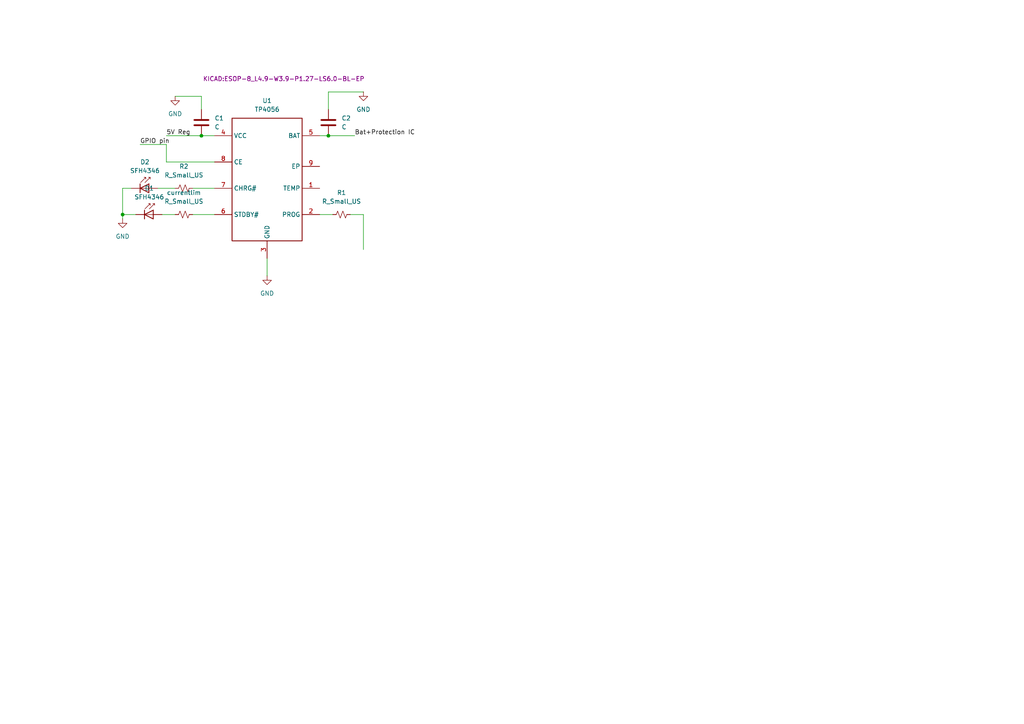
<source format=kicad_sch>
(kicad_sch
	(version 20231120)
	(generator "eeschema")
	(generator_version "8.0")
	(uuid "d3a8ccc4-579b-45a0-aaee-480b5bfd1225")
	(paper "A4")
	(lib_symbols
		(symbol "Device:C"
			(pin_numbers hide)
			(pin_names
				(offset 0.254)
			)
			(exclude_from_sim no)
			(in_bom yes)
			(on_board yes)
			(property "Reference" "C"
				(at 0.635 2.54 0)
				(effects
					(font
						(size 1.27 1.27)
					)
					(justify left)
				)
			)
			(property "Value" "C"
				(at 0.635 -2.54 0)
				(effects
					(font
						(size 1.27 1.27)
					)
					(justify left)
				)
			)
			(property "Footprint" ""
				(at 0.9652 -3.81 0)
				(effects
					(font
						(size 1.27 1.27)
					)
					(hide yes)
				)
			)
			(property "Datasheet" "~"
				(at 0 0 0)
				(effects
					(font
						(size 1.27 1.27)
					)
					(hide yes)
				)
			)
			(property "Description" "Unpolarized capacitor"
				(at 0 0 0)
				(effects
					(font
						(size 1.27 1.27)
					)
					(hide yes)
				)
			)
			(property "ki_keywords" "cap capacitor"
				(at 0 0 0)
				(effects
					(font
						(size 1.27 1.27)
					)
					(hide yes)
				)
			)
			(property "ki_fp_filters" "C_*"
				(at 0 0 0)
				(effects
					(font
						(size 1.27 1.27)
					)
					(hide yes)
				)
			)
			(symbol "C_0_1"
				(polyline
					(pts
						(xy -2.032 -0.762) (xy 2.032 -0.762)
					)
					(stroke
						(width 0.508)
						(type default)
					)
					(fill
						(type none)
					)
				)
				(polyline
					(pts
						(xy -2.032 0.762) (xy 2.032 0.762)
					)
					(stroke
						(width 0.508)
						(type default)
					)
					(fill
						(type none)
					)
				)
			)
			(symbol "C_1_1"
				(pin passive line
					(at 0 3.81 270)
					(length 2.794)
					(name "~"
						(effects
							(font
								(size 1.27 1.27)
							)
						)
					)
					(number "1"
						(effects
							(font
								(size 1.27 1.27)
							)
						)
					)
				)
				(pin passive line
					(at 0 -3.81 90)
					(length 2.794)
					(name "~"
						(effects
							(font
								(size 1.27 1.27)
							)
						)
					)
					(number "2"
						(effects
							(font
								(size 1.27 1.27)
							)
						)
					)
				)
			)
		)
		(symbol "Device:R_Small_US"
			(pin_numbers hide)
			(pin_names
				(offset 0.254) hide)
			(exclude_from_sim no)
			(in_bom yes)
			(on_board yes)
			(property "Reference" "R"
				(at 0.762 0.508 0)
				(effects
					(font
						(size 1.27 1.27)
					)
					(justify left)
				)
			)
			(property "Value" "R_Small_US"
				(at 0.762 -1.016 0)
				(effects
					(font
						(size 1.27 1.27)
					)
					(justify left)
				)
			)
			(property "Footprint" ""
				(at 0 0 0)
				(effects
					(font
						(size 1.27 1.27)
					)
					(hide yes)
				)
			)
			(property "Datasheet" "~"
				(at 0 0 0)
				(effects
					(font
						(size 1.27 1.27)
					)
					(hide yes)
				)
			)
			(property "Description" "Resistor, small US symbol"
				(at 0 0 0)
				(effects
					(font
						(size 1.27 1.27)
					)
					(hide yes)
				)
			)
			(property "ki_keywords" "r resistor"
				(at 0 0 0)
				(effects
					(font
						(size 1.27 1.27)
					)
					(hide yes)
				)
			)
			(property "ki_fp_filters" "R_*"
				(at 0 0 0)
				(effects
					(font
						(size 1.27 1.27)
					)
					(hide yes)
				)
			)
			(symbol "R_Small_US_1_1"
				(polyline
					(pts
						(xy 0 0) (xy 1.016 -0.381) (xy 0 -0.762) (xy -1.016 -1.143) (xy 0 -1.524)
					)
					(stroke
						(width 0)
						(type default)
					)
					(fill
						(type none)
					)
				)
				(polyline
					(pts
						(xy 0 1.524) (xy 1.016 1.143) (xy 0 0.762) (xy -1.016 0.381) (xy 0 0)
					)
					(stroke
						(width 0)
						(type default)
					)
					(fill
						(type none)
					)
				)
				(pin passive line
					(at 0 2.54 270)
					(length 1.016)
					(name "~"
						(effects
							(font
								(size 1.27 1.27)
							)
						)
					)
					(number "1"
						(effects
							(font
								(size 1.27 1.27)
							)
						)
					)
				)
				(pin passive line
					(at 0 -2.54 90)
					(length 1.016)
					(name "~"
						(effects
							(font
								(size 1.27 1.27)
							)
						)
					)
					(number "2"
						(effects
							(font
								(size 1.27 1.27)
							)
						)
					)
				)
			)
		)
		(symbol "LED:SFH4346"
			(pin_numbers hide)
			(pin_names
				(offset 1.016) hide)
			(exclude_from_sim no)
			(in_bom yes)
			(on_board yes)
			(property "Reference" "D"
				(at 0.508 1.778 0)
				(effects
					(font
						(size 1.27 1.27)
					)
					(justify left)
				)
			)
			(property "Value" "SFH4346"
				(at -1.016 -2.794 0)
				(effects
					(font
						(size 1.27 1.27)
					)
				)
			)
			(property "Footprint" "LED_THT:LED_D3.0mm_IRBlack"
				(at 0 4.445 0)
				(effects
					(font
						(size 1.27 1.27)
					)
					(hide yes)
				)
			)
			(property "Datasheet" "http://cdn-reichelt.de/documents/datenblatt/A500/SFH4346.pdf"
				(at -1.27 0 0)
				(effects
					(font
						(size 1.27 1.27)
					)
					(hide yes)
				)
			)
			(property "Description" "Infrared LED , 3mm LED package"
				(at 0 0 0)
				(effects
					(font
						(size 1.27 1.27)
					)
					(hide yes)
				)
			)
			(property "ki_keywords" "opto IR LED"
				(at 0 0 0)
				(effects
					(font
						(size 1.27 1.27)
					)
					(hide yes)
				)
			)
			(property "ki_fp_filters" "LED*3.0mm*IRBlack*"
				(at 0 0 0)
				(effects
					(font
						(size 1.27 1.27)
					)
					(hide yes)
				)
			)
			(symbol "SFH4346_0_1"
				(polyline
					(pts
						(xy -2.54 1.27) (xy -2.54 -1.27)
					)
					(stroke
						(width 0.254)
						(type default)
					)
					(fill
						(type none)
					)
				)
				(polyline
					(pts
						(xy 0 0) (xy -2.54 0)
					)
					(stroke
						(width 0)
						(type default)
					)
					(fill
						(type none)
					)
				)
				(polyline
					(pts
						(xy 0.381 3.175) (xy -0.127 3.175)
					)
					(stroke
						(width 0)
						(type default)
					)
					(fill
						(type none)
					)
				)
				(polyline
					(pts
						(xy -1.143 1.651) (xy 0.381 3.175) (xy 0.381 2.667)
					)
					(stroke
						(width 0)
						(type default)
					)
					(fill
						(type none)
					)
				)
				(polyline
					(pts
						(xy 0 1.27) (xy -2.54 0) (xy 0 -1.27) (xy 0 1.27)
					)
					(stroke
						(width 0.254)
						(type default)
					)
					(fill
						(type none)
					)
				)
				(polyline
					(pts
						(xy -2.413 1.651) (xy -0.889 3.175) (xy -0.889 2.667) (xy -0.889 3.175) (xy -1.397 3.175)
					)
					(stroke
						(width 0)
						(type default)
					)
					(fill
						(type none)
					)
				)
			)
			(symbol "SFH4346_1_1"
				(pin passive line
					(at -5.08 0 0)
					(length 2.54)
					(name "K"
						(effects
							(font
								(size 1.27 1.27)
							)
						)
					)
					(number "1"
						(effects
							(font
								(size 1.27 1.27)
							)
						)
					)
				)
				(pin passive line
					(at 2.54 0 180)
					(length 2.54)
					(name "A"
						(effects
							(font
								(size 1.27 1.27)
							)
						)
					)
					(number "2"
						(effects
							(font
								(size 1.27 1.27)
							)
						)
					)
				)
			)
		)
		(symbol "SCHLIB_TP4056_2025-03-23:TP4056"
			(exclude_from_sim no)
			(in_bom yes)
			(on_board yes)
			(property "Reference" "U?"
				(at 0 0 0)
				(effects
					(font
						(size 1.27 1.27)
					)
				)
			)
			(property "Value" "TP4056"
				(at 0 0 0)
				(effects
					(font
						(size 1.27 1.27)
					)
				)
			)
			(property "Footprint" ""
				(at 0 0 0)
				(effects
					(font
						(size 1.27 1.27)
					)
					(hide yes)
				)
			)
			(property "Datasheet" ""
				(at 0 0 0)
				(effects
					(font
						(size 1.27 1.27)
					)
					(hide yes)
				)
			)
			(property "Description" ""
				(at 0 0 0)
				(effects
					(font
						(size 1.27 1.27)
					)
					(hide yes)
				)
			)
			(property "Manufacturer Part" "TP4056-42-ESOP8"
				(at 0 0 0)
				(effects
					(font
						(size 1.27 1.27)
					)
					(hide yes)
				)
			)
			(property "Manufacturer" "TOPPOWER(南京拓微)"
				(at 0 0 0)
				(effects
					(font
						(size 1.27 1.27)
					)
					(hide yes)
				)
			)
			(property "Supplier Part" "C16581"
				(at 0 0 0)
				(effects
					(font
						(size 1.27 1.27)
					)
					(hide yes)
				)
			)
			(property "Supplier" "LCSC"
				(at 0 0 0)
				(effects
					(font
						(size 1.27 1.27)
					)
					(hide yes)
				)
			)
			(symbol "TP4056_0_0"
				(rectangle
					(start -10.16 20.32)
					(end 10.16 -15.24)
					(stroke
						(width 0.254)
						(type solid)
					)
					(fill
						(type none)
					)
				)
				(pin unspecified line
					(at 15.24 0 180)
					(length 5.08)
					(name "TEMP"
						(effects
							(font
								(size 1.27 1.27)
							)
						)
					)
					(number "1"
						(effects
							(font
								(size 1.27 1.27)
							)
						)
					)
				)
				(pin unspecified line
					(at 15.24 -7.62 180)
					(length 5.08)
					(name "PROG"
						(effects
							(font
								(size 1.27 1.27)
							)
						)
					)
					(number "2"
						(effects
							(font
								(size 1.27 1.27)
							)
						)
					)
				)
				(pin unspecified line
					(at 0 -20.32 90)
					(length 5.08)
					(name "GND"
						(effects
							(font
								(size 1.27 1.27)
							)
						)
					)
					(number "3"
						(effects
							(font
								(size 1.27 1.27)
							)
						)
					)
				)
				(pin unspecified line
					(at -15.24 15.24 0)
					(length 5.08)
					(name "VCC"
						(effects
							(font
								(size 1.27 1.27)
							)
						)
					)
					(number "4"
						(effects
							(font
								(size 1.27 1.27)
							)
						)
					)
				)
				(pin unspecified line
					(at 15.24 15.24 180)
					(length 5.08)
					(name "BAT"
						(effects
							(font
								(size 1.27 1.27)
							)
						)
					)
					(number "5"
						(effects
							(font
								(size 1.27 1.27)
							)
						)
					)
				)
				(pin unspecified line
					(at -15.24 -7.62 0)
					(length 5.08)
					(name "STDBY#"
						(effects
							(font
								(size 1.27 1.27)
							)
						)
					)
					(number "6"
						(effects
							(font
								(size 1.27 1.27)
							)
						)
					)
				)
				(pin unspecified line
					(at -15.24 0 0)
					(length 5.08)
					(name "CHRG#"
						(effects
							(font
								(size 1.27 1.27)
							)
						)
					)
					(number "7"
						(effects
							(font
								(size 1.27 1.27)
							)
						)
					)
				)
				(pin unspecified line
					(at -15.24 7.62 0)
					(length 5.08)
					(name "CE"
						(effects
							(font
								(size 1.27 1.27)
							)
						)
					)
					(number "8"
						(effects
							(font
								(size 1.27 1.27)
							)
						)
					)
				)
				(pin unspecified line
					(at 15.24 6.35 180)
					(length 5.08)
					(name "EP"
						(effects
							(font
								(size 1.27 1.27)
							)
						)
					)
					(number "9"
						(effects
							(font
								(size 1.27 1.27)
							)
						)
					)
				)
			)
		)
		(symbol "power:GND"
			(power)
			(pin_numbers hide)
			(pin_names
				(offset 0) hide)
			(exclude_from_sim no)
			(in_bom yes)
			(on_board yes)
			(property "Reference" "#PWR"
				(at 0 -6.35 0)
				(effects
					(font
						(size 1.27 1.27)
					)
					(hide yes)
				)
			)
			(property "Value" "GND"
				(at 0 -3.81 0)
				(effects
					(font
						(size 1.27 1.27)
					)
				)
			)
			(property "Footprint" ""
				(at 0 0 0)
				(effects
					(font
						(size 1.27 1.27)
					)
					(hide yes)
				)
			)
			(property "Datasheet" ""
				(at 0 0 0)
				(effects
					(font
						(size 1.27 1.27)
					)
					(hide yes)
				)
			)
			(property "Description" "Power symbol creates a global label with name \"GND\" , ground"
				(at 0 0 0)
				(effects
					(font
						(size 1.27 1.27)
					)
					(hide yes)
				)
			)
			(property "ki_keywords" "global power"
				(at 0 0 0)
				(effects
					(font
						(size 1.27 1.27)
					)
					(hide yes)
				)
			)
			(symbol "GND_0_1"
				(polyline
					(pts
						(xy 0 0) (xy 0 -1.27) (xy 1.27 -1.27) (xy 0 -2.54) (xy -1.27 -1.27) (xy 0 -1.27)
					)
					(stroke
						(width 0)
						(type default)
					)
					(fill
						(type none)
					)
				)
			)
			(symbol "GND_1_1"
				(pin power_in line
					(at 0 0 270)
					(length 0)
					(name "~"
						(effects
							(font
								(size 1.27 1.27)
							)
						)
					)
					(number "1"
						(effects
							(font
								(size 1.27 1.27)
							)
						)
					)
				)
			)
		)
	)
	(junction
		(at 35.56 62.23)
		(diameter 0)
		(color 0 0 0 0)
		(uuid "0f7ca392-a6c4-421a-b5f7-21cc85af9c60")
	)
	(junction
		(at 58.42 39.37)
		(diameter 0)
		(color 0 0 0 0)
		(uuid "40c5f257-6b7c-47de-bdf9-d2feb2690a2b")
	)
	(junction
		(at 95.25 39.37)
		(diameter 0)
		(color 0 0 0 0)
		(uuid "5d3df063-f21f-4a45-841c-7670f46354a8")
	)
	(wire
		(pts
			(xy 38.1 54.61) (xy 35.56 54.61)
		)
		(stroke
			(width 0)
			(type default)
		)
		(uuid "073c6981-27fc-4162-9985-771b96f7ab4e")
	)
	(wire
		(pts
			(xy 95.25 39.37) (xy 102.87 39.37)
		)
		(stroke
			(width 0)
			(type default)
		)
		(uuid "10a66195-3931-4881-96b1-05a6d287ee2e")
	)
	(wire
		(pts
			(xy 77.47 74.93) (xy 77.47 80.01)
		)
		(stroke
			(width 0)
			(type default)
		)
		(uuid "54198113-2dc9-4777-8c4d-fef5088d9612")
	)
	(wire
		(pts
			(xy 55.88 54.61) (xy 62.23 54.61)
		)
		(stroke
			(width 0)
			(type default)
		)
		(uuid "54fdbbf3-0ec7-4fd6-a157-af62b7721eeb")
	)
	(wire
		(pts
			(xy 55.88 62.23) (xy 62.23 62.23)
		)
		(stroke
			(width 0)
			(type default)
		)
		(uuid "5b70f2a5-da34-46e0-a09b-d1c6cd8005bb")
	)
	(wire
		(pts
			(xy 101.6 62.23) (xy 105.41 62.23)
		)
		(stroke
			(width 0)
			(type default)
		)
		(uuid "7fc5c696-259b-442d-abde-c330f4a2239f")
	)
	(wire
		(pts
			(xy 62.23 46.99) (xy 48.26 46.99)
		)
		(stroke
			(width 0)
			(type default)
		)
		(uuid "872d0f46-2c08-43b2-bd96-177163bdddbf")
	)
	(wire
		(pts
			(xy 92.71 39.37) (xy 95.25 39.37)
		)
		(stroke
			(width 0)
			(type default)
		)
		(uuid "8744baf8-e742-4361-8013-6aa6834875ef")
	)
	(wire
		(pts
			(xy 58.42 39.37) (xy 62.23 39.37)
		)
		(stroke
			(width 0)
			(type default)
		)
		(uuid "8bf9c817-b009-492f-88ba-6d8a4b9aeddc")
	)
	(wire
		(pts
			(xy 95.25 26.67) (xy 95.25 31.75)
		)
		(stroke
			(width 0)
			(type default)
		)
		(uuid "988a0558-dbe1-4912-a538-5c6d61175a66")
	)
	(wire
		(pts
			(xy 105.41 62.23) (xy 105.41 72.39)
		)
		(stroke
			(width 0)
			(type default)
		)
		(uuid "9d894b51-d49a-4fa6-958c-526738b8174d")
	)
	(wire
		(pts
			(xy 50.8 27.94) (xy 58.42 27.94)
		)
		(stroke
			(width 0)
			(type default)
		)
		(uuid "9fb03720-3673-45fa-9607-12e0c0b4555d")
	)
	(wire
		(pts
			(xy 35.56 62.23) (xy 39.37 62.23)
		)
		(stroke
			(width 0)
			(type default)
		)
		(uuid "a4c3a810-ade5-441f-82fe-1c951170ecd2")
	)
	(wire
		(pts
			(xy 35.56 54.61) (xy 35.56 62.23)
		)
		(stroke
			(width 0)
			(type default)
		)
		(uuid "aa3236d4-f637-479e-a95e-20e4412457e2")
	)
	(wire
		(pts
			(xy 105.41 26.67) (xy 95.25 26.67)
		)
		(stroke
			(width 0)
			(type default)
		)
		(uuid "b7b28936-bda0-4e74-8272-e0c8d0df317e")
	)
	(wire
		(pts
			(xy 58.42 27.94) (xy 58.42 31.75)
		)
		(stroke
			(width 0)
			(type default)
		)
		(uuid "bddf0d15-cded-4261-92c7-36f4e60fb232")
	)
	(wire
		(pts
			(xy 48.26 46.99) (xy 48.26 41.91)
		)
		(stroke
			(width 0)
			(type default)
		)
		(uuid "bfb8e085-89fc-4803-b4c5-d6af21e68abe")
	)
	(wire
		(pts
			(xy 46.99 62.23) (xy 50.8 62.23)
		)
		(stroke
			(width 0)
			(type default)
		)
		(uuid "d582e881-10c2-4a03-9d7f-66cd16196c5d")
	)
	(wire
		(pts
			(xy 92.71 62.23) (xy 96.52 62.23)
		)
		(stroke
			(width 0)
			(type default)
		)
		(uuid "daed2472-02b1-4bb5-b813-33172ed61611")
	)
	(wire
		(pts
			(xy 45.72 54.61) (xy 50.8 54.61)
		)
		(stroke
			(width 0)
			(type default)
		)
		(uuid "eb63ce9a-7930-4532-b7c3-3cc16cfec1ad")
	)
	(wire
		(pts
			(xy 48.26 39.37) (xy 58.42 39.37)
		)
		(stroke
			(width 0)
			(type default)
		)
		(uuid "ee8eb27d-f4ed-4165-b8c5-361c84929bee")
	)
	(wire
		(pts
			(xy 40.64 41.91) (xy 48.26 41.91)
		)
		(stroke
			(width 0)
			(type default)
		)
		(uuid "f03841bc-9d42-49c5-8f19-3b047351f824")
	)
	(wire
		(pts
			(xy 35.56 62.23) (xy 35.56 63.5)
		)
		(stroke
			(width 0)
			(type default)
		)
		(uuid "f578557b-1239-489c-8ffc-22ddb169b6fb")
	)
	(label "5V Reg"
		(at 48.26 39.37 0)
		(fields_autoplaced yes)
		(effects
			(font
				(size 1.27 1.27)
			)
			(justify left bottom)
		)
		(uuid "02bc43f8-774d-4505-b7a9-c9fa372d295e")
	)
	(label "GPIO pin"
		(at 40.64 41.91 0)
		(fields_autoplaced yes)
		(effects
			(font
				(size 1.27 1.27)
			)
			(justify left bottom)
		)
		(uuid "2d0a29e1-0f7d-4dd8-9835-8a4842813c80")
	)
	(label "Bat+Protection IC"
		(at 102.87 39.37 0)
		(fields_autoplaced yes)
		(effects
			(font
				(size 1.27 1.27)
			)
			(justify left bottom)
		)
		(uuid "ccf012f8-7920-49e0-bcb4-7935167b09a0")
	)
	(symbol
		(lib_id "power:GND")
		(at 77.47 80.01 0)
		(unit 1)
		(exclude_from_sim no)
		(in_bom yes)
		(on_board yes)
		(dnp no)
		(fields_autoplaced yes)
		(uuid "16dfbbe1-be8b-40d3-b2bf-c5a0604b60b7")
		(property "Reference" "#PWR01"
			(at 77.47 86.36 0)
			(effects
				(font
					(size 1.27 1.27)
				)
				(hide yes)
			)
		)
		(property "Value" "GND"
			(at 77.47 85.09 0)
			(effects
				(font
					(size 1.27 1.27)
				)
			)
		)
		(property "Footprint" ""
			(at 77.47 80.01 0)
			(effects
				(font
					(size 1.27 1.27)
				)
				(hide yes)
			)
		)
		(property "Datasheet" ""
			(at 77.47 80.01 0)
			(effects
				(font
					(size 1.27 1.27)
				)
				(hide yes)
			)
		)
		(property "Description" "Power symbol creates a global label with name \"GND\" , ground"
			(at 77.47 80.01 0)
			(effects
				(font
					(size 1.27 1.27)
				)
				(hide yes)
			)
		)
		(pin "1"
			(uuid "7a988a94-5d4b-4c60-a752-855b026ed802")
		)
		(instances
			(project ""
				(path "/33fcc801-8e18-4fe5-8a43-cddeb57b6134"
					(reference "#PWR01")
					(unit 1)
				)
			)
		)
	)
	(symbol
		(lib_id "Device:R_Small_US")
		(at 53.34 54.61 90)
		(unit 1)
		(exclude_from_sim no)
		(in_bom yes)
		(on_board yes)
		(dnp no)
		(fields_autoplaced yes)
		(uuid "1a2d4d54-80c4-4034-bd02-add505507f6d")
		(property "Reference" "R2"
			(at 53.34 48.26 90)
			(effects
				(font
					(size 1.27 1.27)
				)
			)
		)
		(property "Value" "R_Small_US"
			(at 53.34 50.8 90)
			(effects
				(font
					(size 1.27 1.27)
				)
			)
		)
		(property "Footprint" ""
			(at 53.34 54.61 0)
			(effects
				(font
					(size 1.27 1.27)
				)
				(hide yes)
			)
		)
		(property "Datasheet" "~"
			(at 53.34 54.61 0)
			(effects
				(font
					(size 1.27 1.27)
				)
				(hide yes)
			)
		)
		(property "Description" "Resistor, small US symbol"
			(at 53.34 54.61 0)
			(effects
				(font
					(size 1.27 1.27)
				)
				(hide yes)
			)
		)
		(pin "1"
			(uuid "6e0164b4-c4eb-4c52-aa09-87fdfaf70c75")
		)
		(pin "2"
			(uuid "ed353c5c-386d-4414-9ede-c48a375a7556")
		)
		(instances
			(project "Design"
				(path "/33fcc801-8e18-4fe5-8a43-cddeb57b6134"
					(reference "R2")
					(unit 1)
				)
			)
		)
	)
	(symbol
		(lib_id "Device:C")
		(at 95.25 35.56 0)
		(unit 1)
		(exclude_from_sim no)
		(in_bom yes)
		(on_board yes)
		(dnp no)
		(fields_autoplaced yes)
		(uuid "22e0bb1d-07f5-492f-b575-01c36b6841c1")
		(property "Reference" "C2"
			(at 99.06 34.2899 0)
			(effects
				(font
					(size 1.27 1.27)
				)
				(justify left)
			)
		)
		(property "Value" "C"
			(at 99.06 36.8299 0)
			(effects
				(font
					(size 1.27 1.27)
				)
				(justify left)
			)
		)
		(property "Footprint" ""
			(at 96.2152 39.37 0)
			(effects
				(font
					(size 1.27 1.27)
				)
				(hide yes)
			)
		)
		(property "Datasheet" "~"
			(at 95.25 35.56 0)
			(effects
				(font
					(size 1.27 1.27)
				)
				(hide yes)
			)
		)
		(property "Description" "Unpolarized capacitor"
			(at 95.25 35.56 0)
			(effects
				(font
					(size 1.27 1.27)
				)
				(hide yes)
			)
		)
		(pin "1"
			(uuid "5a542b3e-b18a-4736-afbe-f4892cd98fcd")
		)
		(pin "2"
			(uuid "a6683046-c95f-4ea8-9da1-c19679551ff0")
		)
		(instances
			(project ""
				(path "/33fcc801-8e18-4fe5-8a43-cddeb57b6134"
					(reference "C2")
					(unit 1)
				)
			)
		)
	)
	(symbol
		(lib_id "Device:C")
		(at 58.42 35.56 0)
		(unit 1)
		(exclude_from_sim no)
		(in_bom yes)
		(on_board yes)
		(dnp no)
		(fields_autoplaced yes)
		(uuid "4838dfc9-b65a-4a3f-8174-e6b6296e8caa")
		(property "Reference" "C1"
			(at 62.23 34.2899 0)
			(effects
				(font
					(size 1.27 1.27)
				)
				(justify left)
			)
		)
		(property "Value" "C"
			(at 62.23 36.8299 0)
			(effects
				(font
					(size 1.27 1.27)
				)
				(justify left)
			)
		)
		(property "Footprint" ""
			(at 59.3852 39.37 0)
			(effects
				(font
					(size 1.27 1.27)
				)
				(hide yes)
			)
		)
		(property "Datasheet" "~"
			(at 58.42 35.56 0)
			(effects
				(font
					(size 1.27 1.27)
				)
				(hide yes)
			)
		)
		(property "Description" "Unpolarized capacitor"
			(at 58.42 35.56 0)
			(effects
				(font
					(size 1.27 1.27)
				)
				(hide yes)
			)
		)
		(pin "1"
			(uuid "220d79c6-f33a-4627-9871-3847e72dff00")
		)
		(pin "2"
			(uuid "14ad270f-e225-44a3-8ac2-3b0c3ea8d9d9")
		)
		(instances
			(project ""
				(path "/33fcc801-8e18-4fe5-8a43-cddeb57b6134"
					(reference "C1")
					(unit 1)
				)
			)
		)
	)
	(symbol
		(lib_id "power:GND")
		(at 50.8 27.94 0)
		(unit 1)
		(exclude_from_sim no)
		(in_bom yes)
		(on_board yes)
		(dnp no)
		(fields_autoplaced yes)
		(uuid "4d90ea8b-4c93-463e-8a20-8bafc23f0a36")
		(property "Reference" "#PWR03"
			(at 50.8 34.29 0)
			(effects
				(font
					(size 1.27 1.27)
				)
				(hide yes)
			)
		)
		(property "Value" "GND"
			(at 50.8 33.02 0)
			(effects
				(font
					(size 1.27 1.27)
				)
			)
		)
		(property "Footprint" ""
			(at 50.8 27.94 0)
			(effects
				(font
					(size 1.27 1.27)
				)
				(hide yes)
			)
		)
		(property "Datasheet" ""
			(at 50.8 27.94 0)
			(effects
				(font
					(size 1.27 1.27)
				)
				(hide yes)
			)
		)
		(property "Description" "Power symbol creates a global label with name \"GND\" , ground"
			(at 50.8 27.94 0)
			(effects
				(font
					(size 1.27 1.27)
				)
				(hide yes)
			)
		)
		(pin "1"
			(uuid "beb80d37-6304-4b87-aaae-d8706fde7c8b")
		)
		(instances
			(project ""
				(path "/33fcc801-8e18-4fe5-8a43-cddeb57b6134"
					(reference "#PWR03")
					(unit 1)
				)
			)
		)
	)
	(symbol
		(lib_id "SCHLIB_TP4056_2025-03-23:TP4056")
		(at 77.47 54.61 0)
		(unit 1)
		(exclude_from_sim no)
		(in_bom yes)
		(on_board yes)
		(dnp no)
		(uuid "54577f8a-ba7c-4d6f-b074-d0e45eee1f32")
		(property "Reference" "U1"
			(at 77.47 29.21 0)
			(effects
				(font
					(size 1.27 1.27)
				)
			)
		)
		(property "Value" "TP4056"
			(at 77.47 31.75 0)
			(effects
				(font
					(size 1.27 1.27)
				)
			)
		)
		(property "Footprint" "KICAD:ESOP-8_L4.9-W3.9-P1.27-LS6.0-BL-EP"
			(at 82.296 22.86 0)
			(effects
				(font
					(size 1.27 1.27)
				)
			)
		)
		(property "Datasheet" ""
			(at 77.47 54.61 0)
			(effects
				(font
					(size 1.27 1.27)
				)
				(hide yes)
			)
		)
		(property "Description" ""
			(at 77.47 54.61 0)
			(effects
				(font
					(size 1.27 1.27)
				)
				(hide yes)
			)
		)
		(property "Manufacturer Part" "TP4056-42-ESOP8"
			(at 77.47 54.61 0)
			(effects
				(font
					(size 1.27 1.27)
				)
				(hide yes)
			)
		)
		(property "Manufacturer" "TOPPOWER(南京拓微)"
			(at 77.47 54.61 0)
			(effects
				(font
					(size 1.27 1.27)
				)
				(hide yes)
			)
		)
		(property "Supplier Part" "C16581"
			(at 77.47 54.61 0)
			(effects
				(font
					(size 1.27 1.27)
				)
				(hide yes)
			)
		)
		(property "Supplier" "LCSC"
			(at 77.47 54.61 0)
			(effects
				(font
					(size 1.27 1.27)
				)
				(hide yes)
			)
		)
		(pin "6"
			(uuid "e9db9f2c-a436-4397-9ac3-9eaa8f723b19")
		)
		(pin "5"
			(uuid "1aa7676a-86cf-4bac-b0d6-febcdccc22de")
		)
		(pin "8"
			(uuid "dae41b80-12d0-4132-b2cc-0dc45c596b93")
		)
		(pin "2"
			(uuid "3ba008cb-3d27-47a3-a6c6-2c9549b4fd32")
		)
		(pin "9"
			(uuid "45fb32c9-2f33-4298-b615-d2b6fab33298")
		)
		(pin "1"
			(uuid "647446ec-998d-4053-87e0-970a6e1101c2")
		)
		(pin "3"
			(uuid "e1251ad6-79fe-45c8-ba12-56c0b66951ba")
		)
		(pin "7"
			(uuid "172ee794-4884-4e25-8b75-793266ed1bbb")
		)
		(pin "4"
			(uuid "6d2a9e9a-7f12-483e-b350-82c1cd4dd3df")
		)
		(instances
			(project ""
				(path "/33fcc801-8e18-4fe5-8a43-cddeb57b6134"
					(reference "U1")
					(unit 1)
				)
			)
		)
	)
	(symbol
		(lib_id "LED:SFH4346")
		(at 44.45 62.23 0)
		(unit 1)
		(exclude_from_sim no)
		(in_bom yes)
		(on_board yes)
		(dnp no)
		(fields_autoplaced yes)
		(uuid "54a30ae8-16f6-4460-9eaf-0a914946fc04")
		(property "Reference" "D1"
			(at 43.307 54.61 0)
			(effects
				(font
					(size 1.27 1.27)
				)
			)
		)
		(property "Value" "SFH4346"
			(at 43.307 57.15 0)
			(effects
				(font
					(size 1.27 1.27)
				)
			)
		)
		(property "Footprint" "LED_THT:LED_D3.0mm_IRBlack"
			(at 44.45 57.785 0)
			(effects
				(font
					(size 1.27 1.27)
				)
				(hide yes)
			)
		)
		(property "Datasheet" "http://cdn-reichelt.de/documents/datenblatt/A500/SFH4346.pdf"
			(at 43.18 62.23 0)
			(effects
				(font
					(size 1.27 1.27)
				)
				(hide yes)
			)
		)
		(property "Description" "Infrared LED , 3mm LED package"
			(at 44.45 62.23 0)
			(effects
				(font
					(size 1.27 1.27)
				)
				(hide yes)
			)
		)
		(pin "2"
			(uuid "0f867931-3b75-49a6-9ad2-e7438aec537e")
		)
		(pin "1"
			(uuid "f767f3d7-45a9-4372-a175-9b3006285bf0")
		)
		(instances
			(project ""
				(path "/33fcc801-8e18-4fe5-8a43-cddeb57b6134"
					(reference "D1")
					(unit 1)
				)
			)
		)
	)
	(symbol
		(lib_id "Device:R_Small_US")
		(at 53.34 62.23 90)
		(unit 1)
		(exclude_from_sim no)
		(in_bom yes)
		(on_board yes)
		(dnp no)
		(fields_autoplaced yes)
		(uuid "57dcb341-18eb-4e54-a944-8859de7ea099")
		(property "Reference" "currentlim"
			(at 53.34 55.88 90)
			(effects
				(font
					(size 1.27 1.27)
				)
			)
		)
		(property "Value" "R_Small_US"
			(at 53.34 58.42 90)
			(effects
				(font
					(size 1.27 1.27)
				)
			)
		)
		(property "Footprint" ""
			(at 53.34 62.23 0)
			(effects
				(font
					(size 1.27 1.27)
				)
				(hide yes)
			)
		)
		(property "Datasheet" "~"
			(at 53.34 62.23 0)
			(effects
				(font
					(size 1.27 1.27)
				)
				(hide yes)
			)
		)
		(property "Description" "Resistor, small US symbol"
			(at 53.34 62.23 0)
			(effects
				(font
					(size 1.27 1.27)
				)
				(hide yes)
			)
		)
		(pin "1"
			(uuid "9980eb1c-8f53-40c4-8536-4757b7f1dbeb")
		)
		(pin "2"
			(uuid "b75c9f3c-6a50-4593-94be-b7e292c6c705")
		)
		(instances
			(project ""
				(path "/33fcc801-8e18-4fe5-8a43-cddeb57b6134"
					(reference "currentlim")
					(unit 1)
				)
			)
		)
	)
	(symbol
		(lib_id "power:GND")
		(at 35.56 63.5 0)
		(unit 1)
		(exclude_from_sim no)
		(in_bom yes)
		(on_board yes)
		(dnp no)
		(fields_autoplaced yes)
		(uuid "97ead7cb-2cba-46b6-88eb-30cd10792ed2")
		(property "Reference" "#PWR02"
			(at 35.56 69.85 0)
			(effects
				(font
					(size 1.27 1.27)
				)
				(hide yes)
			)
		)
		(property "Value" "GND"
			(at 35.56 68.58 0)
			(effects
				(font
					(size 1.27 1.27)
				)
			)
		)
		(property "Footprint" ""
			(at 35.56 63.5 0)
			(effects
				(font
					(size 1.27 1.27)
				)
				(hide yes)
			)
		)
		(property "Datasheet" ""
			(at 35.56 63.5 0)
			(effects
				(font
					(size 1.27 1.27)
				)
				(hide yes)
			)
		)
		(property "Description" "Power symbol creates a global label with name \"GND\" , ground"
			(at 35.56 63.5 0)
			(effects
				(font
					(size 1.27 1.27)
				)
				(hide yes)
			)
		)
		(pin "1"
			(uuid "a85ee9fa-8b29-4570-996e-eb19c0bdef4e")
		)
		(instances
			(project "Design"
				(path "/33fcc801-8e18-4fe5-8a43-cddeb57b6134"
					(reference "#PWR02")
					(unit 1)
				)
			)
		)
	)
	(symbol
		(lib_id "LED:SFH4346")
		(at 43.18 54.61 0)
		(unit 1)
		(exclude_from_sim no)
		(in_bom yes)
		(on_board yes)
		(dnp no)
		(fields_autoplaced yes)
		(uuid "9983cf03-3e57-4824-b5c2-256a756eb531")
		(property "Reference" "D2"
			(at 42.037 46.99 0)
			(effects
				(font
					(size 1.27 1.27)
				)
			)
		)
		(property "Value" "SFH4346"
			(at 42.037 49.53 0)
			(effects
				(font
					(size 1.27 1.27)
				)
			)
		)
		(property "Footprint" "LED_THT:LED_D3.0mm_IRBlack"
			(at 43.18 50.165 0)
			(effects
				(font
					(size 1.27 1.27)
				)
				(hide yes)
			)
		)
		(property "Datasheet" "http://cdn-reichelt.de/documents/datenblatt/A500/SFH4346.pdf"
			(at 41.91 54.61 0)
			(effects
				(font
					(size 1.27 1.27)
				)
				(hide yes)
			)
		)
		(property "Description" "Infrared LED , 3mm LED package"
			(at 43.18 54.61 0)
			(effects
				(font
					(size 1.27 1.27)
				)
				(hide yes)
			)
		)
		(pin "2"
			(uuid "c49bae5d-7fc3-49e8-8884-f5f954c5f9ed")
		)
		(pin "1"
			(uuid "2eacea2b-f428-48b0-8e8e-c7ab4db1e2f6")
		)
		(instances
			(project "Design"
				(path "/33fcc801-8e18-4fe5-8a43-cddeb57b6134"
					(reference "D2")
					(unit 1)
				)
			)
		)
	)
	(symbol
		(lib_id "Device:R_Small_US")
		(at 99.06 62.23 90)
		(unit 1)
		(exclude_from_sim no)
		(in_bom yes)
		(on_board yes)
		(dnp no)
		(fields_autoplaced yes)
		(uuid "aa3f47ed-2cec-4aa8-85dc-b1861878af40")
		(property "Reference" "R1"
			(at 99.06 55.88 90)
			(effects
				(font
					(size 1.27 1.27)
				)
			)
		)
		(property "Value" "R_Small_US"
			(at 99.06 58.42 90)
			(effects
				(font
					(size 1.27 1.27)
				)
			)
		)
		(property "Footprint" ""
			(at 99.06 62.23 0)
			(effects
				(font
					(size 1.27 1.27)
				)
				(hide yes)
			)
		)
		(property "Datasheet" "~"
			(at 99.06 62.23 0)
			(effects
				(font
					(size 1.27 1.27)
				)
				(hide yes)
			)
		)
		(property "Description" "Resistor, small US symbol"
			(at 99.06 62.23 0)
			(effects
				(font
					(size 1.27 1.27)
				)
				(hide yes)
			)
		)
		(pin "1"
			(uuid "7920d1d6-5368-4d3c-9a97-b8338b85471e")
		)
		(pin "2"
			(uuid "a1790272-9e67-4d44-bae6-6a83195b6ea0")
		)
		(instances
			(project ""
				(path "/33fcc801-8e18-4fe5-8a43-cddeb57b6134"
					(reference "R1")
					(unit 1)
				)
			)
		)
	)
	(symbol
		(lib_id "power:GND")
		(at 105.41 26.67 0)
		(unit 1)
		(exclude_from_sim no)
		(in_bom yes)
		(on_board yes)
		(dnp no)
		(fields_autoplaced yes)
		(uuid "d1395bac-8300-46e5-a180-d7c9b278335d")
		(property "Reference" "#PWR04"
			(at 105.41 33.02 0)
			(effects
				(font
					(size 1.27 1.27)
				)
				(hide yes)
			)
		)
		(property "Value" "GND"
			(at 105.41 31.75 0)
			(effects
				(font
					(size 1.27 1.27)
				)
			)
		)
		(property "Footprint" ""
			(at 105.41 26.67 0)
			(effects
				(font
					(size 1.27 1.27)
				)
				(hide yes)
			)
		)
		(property "Datasheet" ""
			(at 105.41 26.67 0)
			(effects
				(font
					(size 1.27 1.27)
				)
				(hide yes)
			)
		)
		(property "Description" "Power symbol creates a global label with name \"GND\" , ground"
			(at 105.41 26.67 0)
			(effects
				(font
					(size 1.27 1.27)
				)
				(hide yes)
			)
		)
		(pin "1"
			(uuid "8b8755c3-1634-4f03-8880-c05372c3df7e")
		)
		(instances
			(project ""
				(path "/33fcc801-8e18-4fe5-8a43-cddeb57b6134"
					(reference "#PWR04")
					(unit 1)
				)
			)
		)
	)
)

</source>
